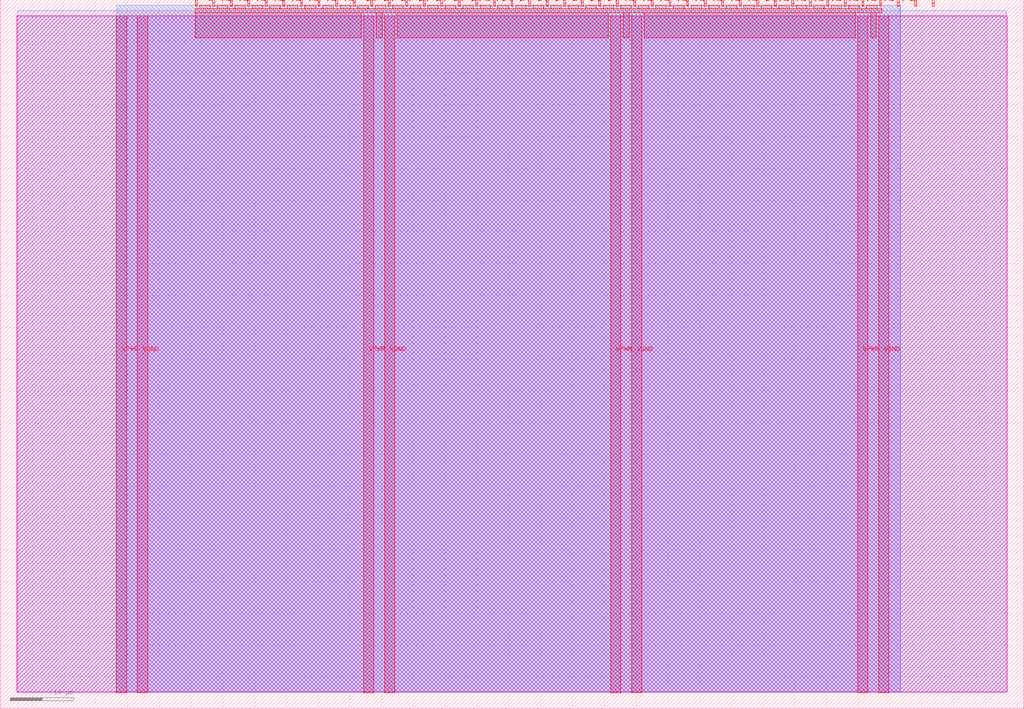
<source format=lef>
VERSION 5.7 ;
  NOWIREEXTENSIONATPIN ON ;
  DIVIDERCHAR "/" ;
  BUSBITCHARS "[]" ;
MACRO tt_um_wokwi_442977691824856065
  CLASS BLOCK ;
  FOREIGN tt_um_wokwi_442977691824856065 ;
  ORIGIN 0.000 0.000 ;
  SIZE 161.000 BY 111.520 ;
  PIN VGND
    DIRECTION INOUT ;
    USE GROUND ;
    PORT
      LAYER met4 ;
        RECT 21.580 2.480 23.180 109.040 ;
    END
    PORT
      LAYER met4 ;
        RECT 60.450 2.480 62.050 109.040 ;
    END
    PORT
      LAYER met4 ;
        RECT 99.320 2.480 100.920 109.040 ;
    END
    PORT
      LAYER met4 ;
        RECT 138.190 2.480 139.790 109.040 ;
    END
  END VGND
  PIN VPWR
    DIRECTION INOUT ;
    USE POWER ;
    PORT
      LAYER met4 ;
        RECT 18.280 2.480 19.880 109.040 ;
    END
    PORT
      LAYER met4 ;
        RECT 57.150 2.480 58.750 109.040 ;
    END
    PORT
      LAYER met4 ;
        RECT 96.020 2.480 97.620 109.040 ;
    END
    PORT
      LAYER met4 ;
        RECT 134.890 2.480 136.490 109.040 ;
    END
  END VPWR
  PIN clk
    DIRECTION INPUT ;
    USE SIGNAL ;
    PORT
      LAYER met4 ;
        RECT 143.830 110.520 144.130 111.520 ;
    END
  END clk
  PIN ena
    DIRECTION INPUT ;
    USE SIGNAL ;
    PORT
      LAYER met4 ;
        RECT 146.590 110.520 146.890 111.520 ;
    END
  END ena
  PIN rst_n
    DIRECTION INPUT ;
    USE SIGNAL ;
    PORT
      LAYER met4 ;
        RECT 141.070 110.520 141.370 111.520 ;
    END
  END rst_n
  PIN ui_in[0]
    DIRECTION INPUT ;
    USE SIGNAL ;
    ANTENNAGATEAREA 0.196500 ;
    PORT
      LAYER met4 ;
        RECT 138.310 110.520 138.610 111.520 ;
    END
  END ui_in[0]
  PIN ui_in[1]
    DIRECTION INPUT ;
    USE SIGNAL ;
    ANTENNAGATEAREA 0.196500 ;
    PORT
      LAYER met4 ;
        RECT 135.550 110.520 135.850 111.520 ;
    END
  END ui_in[1]
  PIN ui_in[2]
    DIRECTION INPUT ;
    USE SIGNAL ;
    ANTENNAGATEAREA 0.196500 ;
    PORT
      LAYER met4 ;
        RECT 132.790 110.520 133.090 111.520 ;
    END
  END ui_in[2]
  PIN ui_in[3]
    DIRECTION INPUT ;
    USE SIGNAL ;
    ANTENNAGATEAREA 0.196500 ;
    PORT
      LAYER met4 ;
        RECT 130.030 110.520 130.330 111.520 ;
    END
  END ui_in[3]
  PIN ui_in[4]
    DIRECTION INPUT ;
    USE SIGNAL ;
    ANTENNAGATEAREA 0.196500 ;
    PORT
      LAYER met4 ;
        RECT 127.270 110.520 127.570 111.520 ;
    END
  END ui_in[4]
  PIN ui_in[5]
    DIRECTION INPUT ;
    USE SIGNAL ;
    ANTENNAGATEAREA 0.196500 ;
    PORT
      LAYER met4 ;
        RECT 124.510 110.520 124.810 111.520 ;
    END
  END ui_in[5]
  PIN ui_in[6]
    DIRECTION INPUT ;
    USE SIGNAL ;
    ANTENNAGATEAREA 0.196500 ;
    PORT
      LAYER met4 ;
        RECT 121.750 110.520 122.050 111.520 ;
    END
  END ui_in[6]
  PIN ui_in[7]
    DIRECTION INPUT ;
    USE SIGNAL ;
    ANTENNAGATEAREA 0.196500 ;
    PORT
      LAYER met4 ;
        RECT 118.990 110.520 119.290 111.520 ;
    END
  END ui_in[7]
  PIN uio_in[0]
    DIRECTION INPUT ;
    USE SIGNAL ;
    PORT
      LAYER met4 ;
        RECT 116.230 110.520 116.530 111.520 ;
    END
  END uio_in[0]
  PIN uio_in[1]
    DIRECTION INPUT ;
    USE SIGNAL ;
    PORT
      LAYER met4 ;
        RECT 113.470 110.520 113.770 111.520 ;
    END
  END uio_in[1]
  PIN uio_in[2]
    DIRECTION INPUT ;
    USE SIGNAL ;
    PORT
      LAYER met4 ;
        RECT 110.710 110.520 111.010 111.520 ;
    END
  END uio_in[2]
  PIN uio_in[3]
    DIRECTION INPUT ;
    USE SIGNAL ;
    PORT
      LAYER met4 ;
        RECT 107.950 110.520 108.250 111.520 ;
    END
  END uio_in[3]
  PIN uio_in[4]
    DIRECTION INPUT ;
    USE SIGNAL ;
    PORT
      LAYER met4 ;
        RECT 105.190 110.520 105.490 111.520 ;
    END
  END uio_in[4]
  PIN uio_in[5]
    DIRECTION INPUT ;
    USE SIGNAL ;
    PORT
      LAYER met4 ;
        RECT 102.430 110.520 102.730 111.520 ;
    END
  END uio_in[5]
  PIN uio_in[6]
    DIRECTION INPUT ;
    USE SIGNAL ;
    PORT
      LAYER met4 ;
        RECT 99.670 110.520 99.970 111.520 ;
    END
  END uio_in[6]
  PIN uio_in[7]
    DIRECTION INPUT ;
    USE SIGNAL ;
    PORT
      LAYER met4 ;
        RECT 96.910 110.520 97.210 111.520 ;
    END
  END uio_in[7]
  PIN uio_oe[0]
    DIRECTION OUTPUT ;
    USE SIGNAL ;
    PORT
      LAYER met4 ;
        RECT 49.990 110.520 50.290 111.520 ;
    END
  END uio_oe[0]
  PIN uio_oe[1]
    DIRECTION OUTPUT ;
    USE SIGNAL ;
    PORT
      LAYER met4 ;
        RECT 47.230 110.520 47.530 111.520 ;
    END
  END uio_oe[1]
  PIN uio_oe[2]
    DIRECTION OUTPUT ;
    USE SIGNAL ;
    PORT
      LAYER met4 ;
        RECT 44.470 110.520 44.770 111.520 ;
    END
  END uio_oe[2]
  PIN uio_oe[3]
    DIRECTION OUTPUT ;
    USE SIGNAL ;
    PORT
      LAYER met4 ;
        RECT 41.710 110.520 42.010 111.520 ;
    END
  END uio_oe[3]
  PIN uio_oe[4]
    DIRECTION OUTPUT ;
    USE SIGNAL ;
    PORT
      LAYER met4 ;
        RECT 38.950 110.520 39.250 111.520 ;
    END
  END uio_oe[4]
  PIN uio_oe[5]
    DIRECTION OUTPUT ;
    USE SIGNAL ;
    PORT
      LAYER met4 ;
        RECT 36.190 110.520 36.490 111.520 ;
    END
  END uio_oe[5]
  PIN uio_oe[6]
    DIRECTION OUTPUT ;
    USE SIGNAL ;
    PORT
      LAYER met4 ;
        RECT 33.430 110.520 33.730 111.520 ;
    END
  END uio_oe[6]
  PIN uio_oe[7]
    DIRECTION OUTPUT ;
    USE SIGNAL ;
    PORT
      LAYER met4 ;
        RECT 30.670 110.520 30.970 111.520 ;
    END
  END uio_oe[7]
  PIN uio_out[0]
    DIRECTION OUTPUT ;
    USE SIGNAL ;
    PORT
      LAYER met4 ;
        RECT 72.070 110.520 72.370 111.520 ;
    END
  END uio_out[0]
  PIN uio_out[1]
    DIRECTION OUTPUT ;
    USE SIGNAL ;
    PORT
      LAYER met4 ;
        RECT 69.310 110.520 69.610 111.520 ;
    END
  END uio_out[1]
  PIN uio_out[2]
    DIRECTION OUTPUT ;
    USE SIGNAL ;
    PORT
      LAYER met4 ;
        RECT 66.550 110.520 66.850 111.520 ;
    END
  END uio_out[2]
  PIN uio_out[3]
    DIRECTION OUTPUT ;
    USE SIGNAL ;
    PORT
      LAYER met4 ;
        RECT 63.790 110.520 64.090 111.520 ;
    END
  END uio_out[3]
  PIN uio_out[4]
    DIRECTION OUTPUT ;
    USE SIGNAL ;
    PORT
      LAYER met4 ;
        RECT 61.030 110.520 61.330 111.520 ;
    END
  END uio_out[4]
  PIN uio_out[5]
    DIRECTION OUTPUT ;
    USE SIGNAL ;
    PORT
      LAYER met4 ;
        RECT 58.270 110.520 58.570 111.520 ;
    END
  END uio_out[5]
  PIN uio_out[6]
    DIRECTION OUTPUT ;
    USE SIGNAL ;
    PORT
      LAYER met4 ;
        RECT 55.510 110.520 55.810 111.520 ;
    END
  END uio_out[6]
  PIN uio_out[7]
    DIRECTION OUTPUT ;
    USE SIGNAL ;
    PORT
      LAYER met4 ;
        RECT 52.750 110.520 53.050 111.520 ;
    END
  END uio_out[7]
  PIN uo_out[0]
    DIRECTION OUTPUT ;
    USE SIGNAL ;
    ANTENNADIFFAREA 0.445500 ;
    PORT
      LAYER met4 ;
        RECT 94.150 110.520 94.450 111.520 ;
    END
  END uo_out[0]
  PIN uo_out[1]
    DIRECTION OUTPUT ;
    USE SIGNAL ;
    ANTENNADIFFAREA 0.445500 ;
    PORT
      LAYER met4 ;
        RECT 91.390 110.520 91.690 111.520 ;
    END
  END uo_out[1]
  PIN uo_out[2]
    DIRECTION OUTPUT ;
    USE SIGNAL ;
    ANTENNADIFFAREA 0.445500 ;
    PORT
      LAYER met4 ;
        RECT 88.630 110.520 88.930 111.520 ;
    END
  END uo_out[2]
  PIN uo_out[3]
    DIRECTION OUTPUT ;
    USE SIGNAL ;
    ANTENNADIFFAREA 0.445500 ;
    PORT
      LAYER met4 ;
        RECT 85.870 110.520 86.170 111.520 ;
    END
  END uo_out[3]
  PIN uo_out[4]
    DIRECTION OUTPUT ;
    USE SIGNAL ;
    ANTENNADIFFAREA 0.445500 ;
    PORT
      LAYER met4 ;
        RECT 83.110 110.520 83.410 111.520 ;
    END
  END uo_out[4]
  PIN uo_out[5]
    DIRECTION OUTPUT ;
    USE SIGNAL ;
    ANTENNADIFFAREA 0.445500 ;
    PORT
      LAYER met4 ;
        RECT 80.350 110.520 80.650 111.520 ;
    END
  END uo_out[5]
  PIN uo_out[6]
    DIRECTION OUTPUT ;
    USE SIGNAL ;
    ANTENNADIFFAREA 0.445500 ;
    PORT
      LAYER met4 ;
        RECT 77.590 110.520 77.890 111.520 ;
    END
  END uo_out[6]
  PIN uo_out[7]
    DIRECTION OUTPUT ;
    USE SIGNAL ;
    PORT
      LAYER met4 ;
        RECT 74.830 110.520 75.130 111.520 ;
    END
  END uo_out[7]
  OBS
      LAYER nwell ;
        RECT 2.570 2.635 158.430 108.990 ;
      LAYER li1 ;
        RECT 2.760 2.635 158.240 108.885 ;
      LAYER met1 ;
        RECT 2.760 2.480 158.240 109.780 ;
      LAYER met2 ;
        RECT 18.310 2.535 141.590 110.685 ;
      LAYER met3 ;
        RECT 18.290 2.555 141.615 110.665 ;
      LAYER met4 ;
        RECT 31.370 110.120 33.030 110.665 ;
        RECT 34.130 110.120 35.790 110.665 ;
        RECT 36.890 110.120 38.550 110.665 ;
        RECT 39.650 110.120 41.310 110.665 ;
        RECT 42.410 110.120 44.070 110.665 ;
        RECT 45.170 110.120 46.830 110.665 ;
        RECT 47.930 110.120 49.590 110.665 ;
        RECT 50.690 110.120 52.350 110.665 ;
        RECT 53.450 110.120 55.110 110.665 ;
        RECT 56.210 110.120 57.870 110.665 ;
        RECT 58.970 110.120 60.630 110.665 ;
        RECT 61.730 110.120 63.390 110.665 ;
        RECT 64.490 110.120 66.150 110.665 ;
        RECT 67.250 110.120 68.910 110.665 ;
        RECT 70.010 110.120 71.670 110.665 ;
        RECT 72.770 110.120 74.430 110.665 ;
        RECT 75.530 110.120 77.190 110.665 ;
        RECT 78.290 110.120 79.950 110.665 ;
        RECT 81.050 110.120 82.710 110.665 ;
        RECT 83.810 110.120 85.470 110.665 ;
        RECT 86.570 110.120 88.230 110.665 ;
        RECT 89.330 110.120 90.990 110.665 ;
        RECT 92.090 110.120 93.750 110.665 ;
        RECT 94.850 110.120 96.510 110.665 ;
        RECT 97.610 110.120 99.270 110.665 ;
        RECT 100.370 110.120 102.030 110.665 ;
        RECT 103.130 110.120 104.790 110.665 ;
        RECT 105.890 110.120 107.550 110.665 ;
        RECT 108.650 110.120 110.310 110.665 ;
        RECT 111.410 110.120 113.070 110.665 ;
        RECT 114.170 110.120 115.830 110.665 ;
        RECT 116.930 110.120 118.590 110.665 ;
        RECT 119.690 110.120 121.350 110.665 ;
        RECT 122.450 110.120 124.110 110.665 ;
        RECT 125.210 110.120 126.870 110.665 ;
        RECT 127.970 110.120 129.630 110.665 ;
        RECT 130.730 110.120 132.390 110.665 ;
        RECT 133.490 110.120 135.150 110.665 ;
        RECT 136.250 110.120 137.910 110.665 ;
        RECT 30.655 109.440 138.625 110.120 ;
        RECT 30.655 105.575 56.750 109.440 ;
        RECT 59.150 105.575 60.050 109.440 ;
        RECT 62.450 105.575 95.620 109.440 ;
        RECT 98.020 105.575 98.920 109.440 ;
        RECT 101.320 105.575 134.490 109.440 ;
        RECT 136.890 105.575 137.790 109.440 ;
  END
END tt_um_wokwi_442977691824856065
END LIBRARY


</source>
